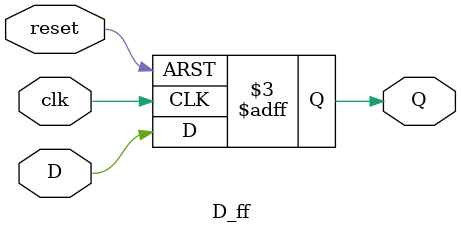
<source format=v>
`timescale 1ns / 1ps


module D_ff(
    input D, clk, reset,
    output reg Q
    );
    initial Q = 0 ;
    always @(posedge clk or posedge reset) begin
    if(reset)
       Q <= 1'b0;
       else
        Q <= D ;
    end
endmodule

</source>
